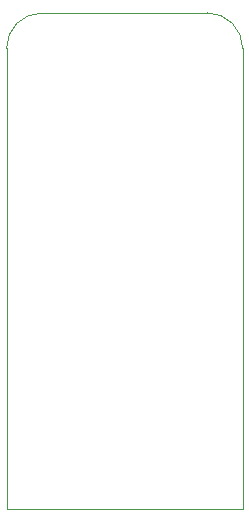
<source format=gm1>
G04*
G04 #@! TF.GenerationSoftware,Altium Limited,Altium Designer,23.3.1 (30)*
G04*
G04 Layer_Color=16711935*
%FSLAX25Y25*%
%MOIN*%
G70*
G04*
G04 #@! TF.SameCoordinates,B8D109ED-CDE9-4BA8-ABFF-944DEA042C50*
G04*
G04*
G04 #@! TF.FilePolarity,Positive*
G04*
G01*
G75*
%ADD11C,0.00394*%
D11*
X78740Y153543D02*
G03*
X66929Y165354I-11811J0D01*
G01*
X11811D02*
G03*
X-0Y153543I0J-11811D01*
G01*
X-0D02*
X0Y0D01*
X-0D02*
X78740D01*
X11811Y165354D02*
X66929D01*
X78740Y153543D02*
X78740Y0D01*
M02*

</source>
